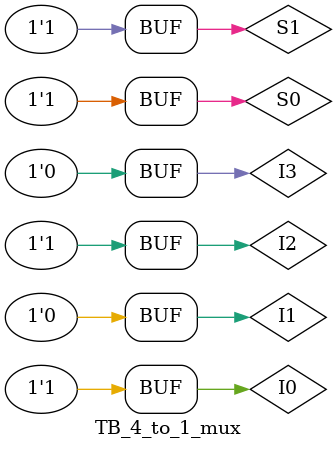
<source format=v>


module TB_4_to_1_mux();
wire Y; reg I0, I1, I2, I3; reg S1, S0;

//triggering Test Bench for Dataflow Modelling
mux_4_to_1_df trigger_dataflowModelling(Y, I0, I1, I2, I3, S1, S0);

initial
begin

//setting sample inputs for I0, I1, I2, I3
I0 = 1'b1; I1 = 1'b0; I2 = 1'b1; I3 = 1'b0;

//passing inputs for selectlines
S1 = 1'b0; S0 = 1'b0;
#100;
S1 = 1'b0; S0 = 1'b1;
#100;
S1 = 1'b1; S0 = 1'b0;
#100;
S1 = 1'b1; S0 = 1'b1;
end
endmodule
</source>
